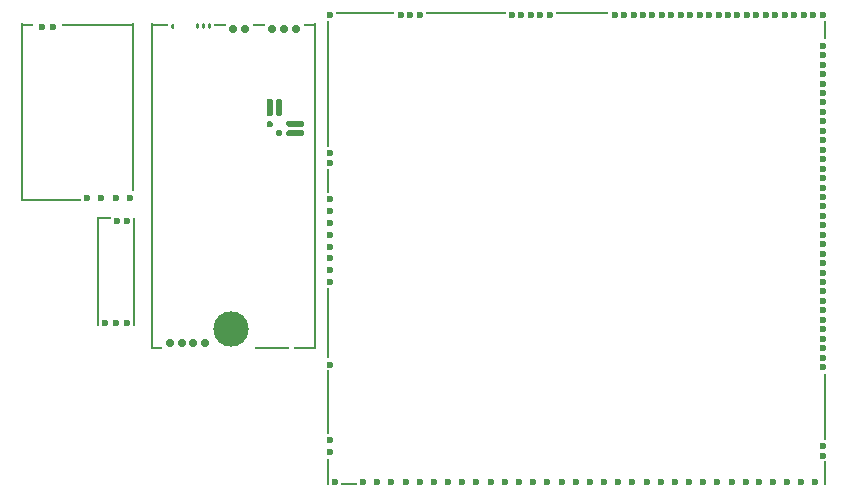
<source format=gtl>
G04 #@! TF.GenerationSoftware,KiCad,Pcbnew,8.0.9-8.0.9-0~ubuntu24.04.1*
G04 #@! TF.CreationDate,2025-05-16T04:08:21+00:00*
G04 #@! TF.ProjectId,EP91Starlet,45503931-5374-4617-926c-65742e6b6963,rev?*
G04 #@! TF.SameCoordinates,Original*
G04 #@! TF.FileFunction,Copper,L1,Top*
G04 #@! TF.FilePolarity,Positive*
%FSLAX46Y46*%
G04 Gerber Fmt 4.6, Leading zero omitted, Abs format (unit mm)*
G04 Created by KiCad (PCBNEW 8.0.9-8.0.9-0~ubuntu24.04.1) date 2025-05-16 04:08:21*
%MOMM*%
%LPD*%
G01*
G04 APERTURE LIST*
G04 #@! TA.AperFunction,ComponentPad*
%ADD10C,0.600000*%
G04 #@! TD*
G04 #@! TA.AperFunction,SMDPad,CuDef*
%ADD11R,6.185000X0.250000*%
G04 #@! TD*
G04 #@! TA.AperFunction,SMDPad,CuDef*
%ADD12R,1.115000X0.250000*%
G04 #@! TD*
G04 #@! TA.AperFunction,SMDPad,CuDef*
%ADD13R,0.250000X14.275000*%
G04 #@! TD*
G04 #@! TA.AperFunction,SMDPad,CuDef*
%ADD14R,0.250000X15.100000*%
G04 #@! TD*
G04 #@! TA.AperFunction,SMDPad,CuDef*
%ADD15R,5.175000X0.250000*%
G04 #@! TD*
G04 #@! TA.AperFunction,SMDPad,CuDef*
%ADD16O,1.225000X0.200000*%
G04 #@! TD*
G04 #@! TA.AperFunction,SMDPad,CuDef*
%ADD17O,0.200000X9.300000*%
G04 #@! TD*
G04 #@! TA.AperFunction,SMDPad,CuDef*
%ADD18R,0.200000X2.300000*%
G04 #@! TD*
G04 #@! TA.AperFunction,SMDPad,CuDef*
%ADD19R,0.200000X10.700000*%
G04 #@! TD*
G04 #@! TA.AperFunction,SMDPad,CuDef*
%ADD20R,0.200000X2.100000*%
G04 #@! TD*
G04 #@! TA.AperFunction,SMDPad,CuDef*
%ADD21R,0.200000X6.000000*%
G04 #@! TD*
G04 #@! TA.AperFunction,SMDPad,CuDef*
%ADD22R,0.200000X5.400000*%
G04 #@! TD*
G04 #@! TA.AperFunction,SMDPad,CuDef*
%ADD23R,1.400000X0.200000*%
G04 #@! TD*
G04 #@! TA.AperFunction,SMDPad,CuDef*
%ADD24R,5.000000X0.200000*%
G04 #@! TD*
G04 #@! TA.AperFunction,SMDPad,CuDef*
%ADD25R,6.800000X0.200000*%
G04 #@! TD*
G04 #@! TA.AperFunction,SMDPad,CuDef*
%ADD26R,4.500000X0.200000*%
G04 #@! TD*
G04 #@! TA.AperFunction,SMDPad,CuDef*
%ADD27R,0.200000X1.600000*%
G04 #@! TD*
G04 #@! TA.AperFunction,SMDPad,CuDef*
%ADD28R,0.200000X5.700000*%
G04 #@! TD*
G04 #@! TA.AperFunction,SMDPad,CuDef*
%ADD29R,0.200000X2.000000*%
G04 #@! TD*
G04 #@! TA.AperFunction,ComponentPad*
%ADD30C,0.700000*%
G04 #@! TD*
G04 #@! TA.AperFunction,SMDPad,CuDef*
%ADD31C,3.000000*%
G04 #@! TD*
G04 #@! TA.AperFunction,SMDPad,CuDef*
%ADD32R,3.000000X0.250000*%
G04 #@! TD*
G04 #@! TA.AperFunction,SMDPad,CuDef*
%ADD33R,1.100000X0.250000*%
G04 #@! TD*
G04 #@! TA.AperFunction,SMDPad,CuDef*
%ADD34R,0.980000X0.250000*%
G04 #@! TD*
G04 #@! TA.AperFunction,SMDPad,CuDef*
%ADD35R,1.450000X0.250000*%
G04 #@! TD*
G04 #@! TA.AperFunction,SMDPad,CuDef*
%ADD36R,0.250000X27.600000*%
G04 #@! TD*
G04 #@! TA.AperFunction,SMDPad,CuDef*
%ADD37R,1.950000X0.250000*%
G04 #@! TD*
G04 #@! TA.AperFunction,SMDPad,CuDef*
%ADD38R,0.950000X0.250000*%
G04 #@! TD*
G04 APERTURE END LIST*
D10*
G04 #@! TO.P,M3,E1,HALL_EN*
G04 #@! TO.N,unconnected-(M3-HALL_EN-PadE1)*
X30180001Y53830000D03*
G04 #@! TO.P,M3,E2,NC*
G04 #@! TO.N,unconnected-(M3-NC-PadE2)*
X28980001Y53830000D03*
G04 #@! TO.P,M3,E3,OUT*
G04 #@! TO.N,unconnected-(M3-OUT-PadE3)*
X31380001Y53830000D03*
G04 #@! TO.P,M3,E4,V5_IN*
G04 #@! TO.N,unconnected-(M3-V5_IN-PadE4)*
X32580001Y53830000D03*
D11*
G04 #@! TO.P,M3,G,GND*
G04 #@! TO.N,unconnected-(M3-GND-PadG)*
X29912501Y68480000D03*
D12*
X23862501Y68480000D03*
D13*
X32880001Y61467500D03*
D14*
X23430001Y61055000D03*
D15*
X25892501Y53630000D03*
D10*
G04 #@! TO.P,M3,W1,VR-/HALL*
G04 #@! TO.N,unconnected-(M3-VR-{slash}HALL-PadW1)*
X26120001Y68255000D03*
G04 #@! TO.P,M3,W2,VR+*
G04 #@! TO.N,unconnected-(M3-VR+-PadW2)*
X25120001Y68255000D03*
G04 #@! TD*
G04 #@! TO.P,M4,E1,V5A*
G04 #@! TO.N,unconnected-(M4-V5A-PadE1)*
X32379998Y43180000D03*
D16*
G04 #@! TO.P,M4,E2,GND*
G04 #@! TO.N,unconnected-(M4-GND-PadE2)*
X30404998Y52080000D03*
D17*
X32979998Y47530000D03*
X29879998Y47530000D03*
D10*
X31429998Y43180000D03*
G04 #@! TO.P,M4,E3,OUT_KNOCK*
G04 #@! TO.N,unconnected-(M4-OUT_KNOCK-PadE3)*
X30480000Y43180000D03*
G04 #@! TO.P,M4,W1,IN_KNOCK*
G04 #@! TO.N,unconnected-(M4-IN_KNOCK-PadW1)*
X31479998Y51880000D03*
G04 #@! TO.P,M4,W2,VREF*
G04 #@! TO.N,unconnected-(M4-VREF-PadW2)*
X32379998Y51880000D03*
G04 #@! TD*
G04 #@! TO.P,M1,E1,SPI2_SCK*
G04 #@! TO.N,unconnected-(M1-SPI2_SCK-PadE1)*
X91240000Y66679993D03*
G04 #@! TO.P,M1,E2,SPI2_MISO*
G04 #@! TO.N,unconnected-(M1-SPI2_MISO-PadE2)*
X91240000Y65879992D03*
G04 #@! TO.P,M1,E3,SPI2_MOSI*
G04 #@! TO.N,unconnected-(M1-SPI2_MOSI-PadE3)*
X91240000Y65079994D03*
G04 #@! TO.P,M1,E4,SPI2_CS*
G04 #@! TO.N,unconnected-(M1-SPI2_CS-PadE4)*
X91240000Y64279993D03*
G04 #@! TO.P,M1,E6*
G04 #@! TO.N,N/C*
X91240000Y63479992D03*
G04 #@! TO.P,M1,E7*
X91239997Y62679994D03*
G04 #@! TO.P,M1,E8*
X91239997Y61879993D03*
G04 #@! TO.P,M1,E9*
X91240000Y61079989D03*
G04 #@! TO.P,M1,E10*
X91240000Y60279993D03*
G04 #@! TO.P,M1,E11*
X91240000Y59479993D03*
G04 #@! TO.P,M1,E12*
X91240000Y58679992D03*
G04 #@! TO.P,M1,E13*
X91239997Y57879993D03*
G04 #@! TO.P,M1,E14,OUT_PWM5*
G04 #@! TO.N,unconnected-(M1-OUT_PWM5-PadE14)*
X91239997Y57079992D03*
G04 #@! TO.P,M1,E15,OUT_PWM4*
G04 #@! TO.N,unconnected-(M1-OUT_PWM4-PadE15)*
X91239997Y56279991D03*
G04 #@! TO.P,M1,E16,OUT_PWM3*
G04 #@! TO.N,unconnected-(M1-OUT_PWM3-PadE16)*
X91240000Y55479993D03*
G04 #@! TO.P,M1,E17,OUT_PWM2*
G04 #@! TO.N,unconnected-(M1-OUT_PWM2-PadE17)*
X91240000Y54679992D03*
G04 #@! TO.P,M1,E18*
G04 #@! TO.N,N/C*
X91240000Y53879994D03*
G04 #@! TO.P,M1,E19*
X91239997Y53079993D03*
G04 #@! TO.P,M1,E20*
X91239997Y52279992D03*
G04 #@! TO.P,M1,E21*
X91240000Y51479993D03*
G04 #@! TO.P,M1,E22*
X91240000Y50679992D03*
G04 #@! TO.P,M1,E23*
X91240000Y49879991D03*
G04 #@! TO.P,M1,E24*
X91240000Y49079993D03*
G04 #@! TO.P,M1,E25*
X91240000Y48279992D03*
G04 #@! TO.P,M1,E26,OUT_PWM6*
G04 #@! TO.N,unconnected-(M1-OUT_PWM6-PadE26)*
X91240000Y47479994D03*
G04 #@! TO.P,M1,E27,OUT_PWM1*
G04 #@! TO.N,unconnected-(M1-OUT_PWM1-PadE27)*
X91240000Y46679993D03*
G04 #@! TO.P,M1,E28*
G04 #@! TO.N,N/C*
X91240000Y45879992D03*
G04 #@! TO.P,M1,E29*
X91240000Y45079993D03*
G04 #@! TO.P,M1,E30*
X91240000Y44279992D03*
G04 #@! TO.P,M1,E31*
X91239997Y43479994D03*
G04 #@! TO.P,M1,E32*
X91240000Y42679991D03*
G04 #@! TO.P,M1,E33*
X91240000Y41879992D03*
G04 #@! TO.P,M1,E34*
X91240000Y41079994D03*
G04 #@! TO.P,M1,E35*
X91240000Y40279993D03*
G04 #@! TO.P,M1,E36*
X91240000Y39479992D03*
G04 #@! TO.P,M1,E38,V5A_SWITCHABLE*
G04 #@! TO.N,unconnected-(M1-V5A_SWITCHABLE-PadE38)*
X91239997Y32779998D03*
G04 #@! TO.P,M1,E39,GNDA*
G04 #@! TO.N,unconnected-(M1-GNDA-PadE39)*
X91240000Y31979997D03*
D18*
G04 #@! TO.P,M1,G,GND*
G04 #@! TO.N,unconnected-(M1-GND-PadG)*
X49339995Y30629997D03*
D19*
X49339997Y63429995D03*
D20*
X49339997Y55229996D03*
D21*
X49339997Y43179997D03*
D22*
X49339997Y36480000D03*
D23*
X51140004Y29579994D03*
D24*
X52539999Y69479995D03*
D25*
X61040002Y69479995D03*
D26*
X70890005Y69479995D03*
D27*
X91440000Y67979996D03*
D28*
X91440000Y36129993D03*
D29*
X91440000Y30480000D03*
D10*
G04 #@! TO.P,M1,N1,USBID*
G04 #@! TO.N,unconnected-(M1-USBID-PadN1)*
X91240000Y69279996D03*
G04 #@! TO.P,M1,N2,USBM*
G04 #@! TO.N,unconnected-(M1-USBM-PadN2)*
X90440002Y69279998D03*
G04 #@! TO.P,M1,N3,USBP*
G04 #@! TO.N,unconnected-(M1-USBP-PadN3)*
X89640001Y69279998D03*
G04 #@! TO.P,M1,N4,VBUS*
G04 #@! TO.N,unconnected-(M1-VBUS-PadN4)*
X88840002Y69279996D03*
G04 #@! TO.P,M1,N5,BOOT0_(PD)*
G04 #@! TO.N,unconnected-(M1-BOOT0_(PD)-PadN5)*
X88040001Y69279996D03*
G04 #@! TO.P,M1,N6,SWO*
G04 #@! TO.N,unconnected-(M1-SWO-PadN6)*
X87240000Y69279996D03*
G04 #@! TO.P,M1,N7,SWDIO*
G04 #@! TO.N,unconnected-(M1-SWDIO-PadN7)*
X86440002Y69279996D03*
G04 #@! TO.P,M1,N8,SWCLK*
G04 #@! TO.N,unconnected-(M1-SWCLK-PadN8)*
X85640001Y69279998D03*
G04 #@! TO.P,M1,N9,nReset*
G04 #@! TO.N,unconnected-(M1-nReset-PadN9)*
X84840003Y69279996D03*
G04 #@! TO.P,M1,N10,BOOT1_(PD)*
G04 #@! TO.N,unconnected-(M1-BOOT1_(PD)-PadN10)*
X84040002Y69279996D03*
G04 #@! TO.P,M1,N11,SPI1_SCK*
G04 #@! TO.N,unconnected-(M1-SPI1_SCK-PadN11)*
X83240001Y69279996D03*
G04 #@! TO.P,M1,N12,SPI1_MISO*
G04 #@! TO.N,unconnected-(M1-SPI1_MISO-PadN12)*
X82440000Y69279996D03*
G04 #@! TO.P,M1,N13,SPI1_MOSI*
G04 #@! TO.N,unconnected-(M1-SPI1_MOSI-PadN13)*
X81640001Y69279996D03*
G04 #@! TO.P,M1,N14,I2C_SCL*
G04 #@! TO.N,unconnected-(M1-I2C_SCL-PadN14)*
X80840000Y69279996D03*
G04 #@! TO.P,M1,N15,I2C_SDA*
G04 #@! TO.N,unconnected-(M1-I2C_SDA-PadN15)*
X80039999Y69279998D03*
G04 #@! TO.P,M1,N16,OUT_LED_RED_(PU)*
G04 #@! TO.N,unconnected-(M1-OUT_LED_RED_(PU)-PadN16)*
X79239999Y69279998D03*
G04 #@! TO.P,M1,N17,UART3_TX*
G04 #@! TO.N,unconnected-(M1-UART3_TX-PadN17)*
X78440000Y69279996D03*
G04 #@! TO.P,M1,N18,UART3_RX*
G04 #@! TO.N,unconnected-(M1-UART3_RX-PadN18)*
X77639999Y69279996D03*
G04 #@! TO.P,M1,N19,OUT_LED_BLUE_(PU)*
G04 #@! TO.N,unconnected-(M1-OUT_LED_BLUE_(PU)-PadN19)*
X76840001Y69279996D03*
G04 #@! TO.P,M1,N20*
G04 #@! TO.N,N/C*
X76040000Y69279996D03*
G04 #@! TO.P,M1,N21*
X75240001Y69279998D03*
G04 #@! TO.P,M1,N22,V33*
G04 #@! TO.N,unconnected-(M1-V33-PadN22)*
X74440000Y69279996D03*
G04 #@! TO.P,M1,N23*
G04 #@! TO.N,N/C*
X73640000Y69279996D03*
G04 #@! TO.P,M1,N24,UART6_RX*
G04 #@! TO.N,unconnected-(M1-UART6_RX-PadN24)*
X68140000Y69279996D03*
G04 #@! TO.P,M1,N25,UART6_TX*
G04 #@! TO.N,unconnected-(M1-UART6_TX-PadN25)*
X67339999Y69279996D03*
G04 #@! TO.P,M1,N26*
G04 #@! TO.N,N/C*
X66540001Y69279996D03*
G04 #@! TO.P,M1,N27,VBAT*
G04 #@! TO.N,unconnected-(M1-VBAT-PadN27)*
X65740003Y69279996D03*
G04 #@! TO.P,M1,N28,V33_SWITCHABLE*
G04 #@! TO.N,unconnected-(M1-V33_SWITCHABLE-PadN28)*
X64940004Y69279996D03*
G04 #@! TO.P,M1,N29,OUT_PWR_EN*
G04 #@! TO.N,unconnected-(M1-OUT_PWR_EN-PadN29)*
X57140000Y69279996D03*
G04 #@! TO.P,M1,N30,V5A_SWITCHABLE*
G04 #@! TO.N,unconnected-(M1-V5A_SWITCHABLE-PadN30)*
X56340001Y69279996D03*
G04 #@! TO.P,M1,N31,VCC*
G04 #@! TO.N,unconnected-(M1-VCC-PadN31)*
X55540003Y69279996D03*
G04 #@! TO.P,M1,N32,V33*
G04 #@! TO.N,unconnected-(M1-V33-PadN32)*
X49539999Y69279996D03*
G04 #@! TO.P,M1,S1*
G04 #@! TO.N,N/C*
X90639999Y29779991D03*
G04 #@! TO.P,M1,S2*
X89439998Y29779993D03*
G04 #@! TO.P,M1,S3*
X88240001Y29779993D03*
G04 #@! TO.P,M1,S4*
X87040001Y29779991D03*
G04 #@! TO.P,M1,S5,VREF2*
G04 #@! TO.N,unconnected-(M1-VREF2-PadS5)*
X85840001Y29779993D03*
G04 #@! TO.P,M1,S6*
G04 #@! TO.N,N/C*
X84740013Y29779993D03*
G04 #@! TO.P,M1,S7*
X83540013Y29779993D03*
G04 #@! TO.P,M1,S8*
X82340015Y29779991D03*
G04 #@! TO.P,M1,S9*
X81140015Y29779993D03*
G04 #@! TO.P,M1,S10*
X79940012Y29779993D03*
G04 #@! TO.P,M1,S11*
X78740010Y29779991D03*
G04 #@! TO.P,M1,S12*
X77540012Y29779993D03*
G04 #@! TO.P,M1,S13*
X76340014Y29779993D03*
G04 #@! TO.P,M1,S14*
X75140007Y29779993D03*
G04 #@! TO.P,M1,S15*
X73940007Y29779993D03*
G04 #@! TO.P,M1,S16*
X72740009Y29779993D03*
G04 #@! TO.P,M1,S17*
X71540009Y29779993D03*
G04 #@! TO.P,M1,S18*
X70340004Y29779993D03*
G04 #@! TO.P,M1,S19*
X69140003Y29779993D03*
G04 #@! TO.P,M1,S20*
X67940006Y29779991D03*
G04 #@! TO.P,M1,S21*
X66740006Y29779993D03*
G04 #@! TO.P,M1,S22,IN_ADC4/EINT4*
G04 #@! TO.N,unconnected-(M1-IN_ADC4{slash}EINT4-PadS22)*
X65540003Y29779991D03*
G04 #@! TO.P,M1,S23,IN_ADC5/EINT5*
G04 #@! TO.N,unconnected-(M1-IN_ADC5{slash}EINT5-PadS23)*
X64340003Y29779993D03*
G04 #@! TO.P,M1,S24,IN_ADC6/EINT6*
G04 #@! TO.N,unconnected-(M1-IN_ADC6{slash}EINT6-PadS24)*
X63140008Y29779993D03*
G04 #@! TO.P,M1,S25,IN_ADC7/EINT7*
G04 #@! TO.N,unconnected-(M1-IN_ADC7{slash}EINT7-PadS25)*
X61940005Y29779991D03*
G04 #@! TO.P,M1,S26,IN_ADC10/EINT0_(VR_CRK)*
G04 #@! TO.N,unconnected-(M1-IN_ADC10{slash}EINT0_(VR_CRK)-PadS26)*
X60740000Y29779993D03*
G04 #@! TO.P,M1,S27,IN_ADC11/EINT1*
G04 #@! TO.N,unconnected-(M1-IN_ADC11{slash}EINT1-PadS27)*
X59540000Y29779991D03*
G04 #@! TO.P,M1,S28,IN_ADC14/EINT4*
G04 #@! TO.N,unconnected-(M1-IN_ADC14{slash}EINT4-PadS28)*
X58340002Y29779993D03*
G04 #@! TO.P,M1,S29,IN_ADC15/EINT5*
G04 #@! TO.N,unconnected-(M1-IN_ADC15{slash}EINT5-PadS29)*
X57140002Y29779993D03*
G04 #@! TO.P,M1,S30,IN_ADC0/EINT0/CAN1_WKUP*
G04 #@! TO.N,unconnected-(M1-IN_ADC0{slash}EINT0{slash}CAN1_WKUP-PadS30)*
X55939997Y29779993D03*
G04 #@! TO.P,M1,S31,IN_ADC1/EINT1/SENT*
G04 #@! TO.N,unconnected-(M1-IN_ADC1{slash}EINT1{slash}SENT-PadS31)*
X54739997Y29779993D03*
G04 #@! TO.P,M1,S32,IN_ADC2/EINT2*
G04 #@! TO.N,unconnected-(M1-IN_ADC2{slash}EINT2-PadS32)*
X53539999Y29779993D03*
G04 #@! TO.P,M1,S33,IN_ADC3/EINT3*
G04 #@! TO.N,unconnected-(M1-IN_ADC3{slash}EINT3-PadS33)*
X52339999Y29779993D03*
G04 #@! TO.P,M1,S35,VREF1*
G04 #@! TO.N,unconnected-(M1-VREF1-PadS35)*
X49939999Y29779993D03*
G04 #@! TO.P,M1,W1,GNDA*
G04 #@! TO.N,unconnected-(M1-GNDA-PadW1)*
X49539997Y32279996D03*
G04 #@! TO.P,M1,W2,V5A_SWITCHABLE*
G04 #@! TO.N,unconnected-(M1-V5A_SWITCHABLE-PadW2)*
X49539997Y33279997D03*
G04 #@! TO.P,M1,W3*
G04 #@! TO.N,N/C*
X49539999Y39679999D03*
G04 #@! TO.P,M1,W4*
X49539999Y46679995D03*
G04 #@! TO.P,M1,W5*
X49539999Y47679996D03*
G04 #@! TO.P,M1,W6*
X49539999Y48679994D03*
G04 #@! TO.P,M1,W7*
X49539999Y49679994D03*
G04 #@! TO.P,M1,W8,CAN2H*
G04 #@! TO.N,unconnected-(M1-CAN2H-PadW8)*
X49539999Y50679995D03*
G04 #@! TO.P,M1,W9,CAN2L*
G04 #@! TO.N,unconnected-(M1-CAN2L-PadW9)*
X49539999Y51679993D03*
G04 #@! TO.P,M1,W10*
G04 #@! TO.N,N/C*
X49539999Y52679993D03*
G04 #@! TO.P,M1,W11*
X49539999Y53679991D03*
G04 #@! TO.P,M1,W12,CAN1H*
G04 #@! TO.N,unconnected-(M1-CAN1H-PadW12)*
X49539999Y56779995D03*
G04 #@! TO.P,M1,W13,CAN1L*
G04 #@! TO.N,unconnected-(M1-CAN1L-PadW13)*
X49539999Y57579996D03*
G04 #@! TD*
D30*
G04 #@! TO.P,M2,E1,LSU_Un*
G04 #@! TO.N,unconnected-(M2-LSU_Un-PadE1)*
X35980001Y41480000D03*
G04 #@! TO.P,M2,E2,LSU_Vm*
G04 #@! TO.N,unconnected-(M2-LSU_Vm-PadE2)*
X38980001Y41480000D03*
G04 #@! TO.P,M2,E3,LSU_Ip*
G04 #@! TO.N,unconnected-(M2-LSU_Ip-PadE3)*
X37980001Y41480000D03*
G04 #@! TO.P,M2,E4,LSU_Rtrim*
G04 #@! TO.N,unconnected-(M2-LSU_Rtrim-PadE4)*
X36980001Y41480000D03*
D31*
G04 #@! TO.P,M2,E5,LSU_H+*
G04 #@! TO.N,unconnected-(M2-LSU_H+-PadE5)*
X41130001Y42730000D03*
D32*
G04 #@! TO.P,M2,E6,LSU_H-*
G04 #@! TO.N,unconnected-(M2-LSU_H--PadE6)*
X44630001Y41105000D03*
D33*
G04 #@! TO.P,M2,G,GND*
G04 #@! TO.N,unconnected-(M2-GND-PadG)*
X47830001Y68455000D03*
D34*
X43490001Y68455000D03*
X40190001Y68455000D03*
D35*
X35105001Y68455000D03*
D36*
X48255001Y54780000D03*
X34505001Y54780000D03*
D37*
X47405001Y41105000D03*
D38*
X34855001Y41105000D03*
G04 #@! TO.P,M2,J1,SEL1*
G04 #@! TO.N,unconnected-(M2-SEL1-PadJ1)*
G04 #@! TA.AperFunction,SMDPad,CuDef*
G36*
G01*
X47230001Y59030000D02*
X45980001Y59030000D01*
G75*
G02*
X45855001Y59155000I0J125000D01*
G01*
X45855001Y59405000D01*
G75*
G02*
X45980001Y59530000I125000J0D01*
G01*
X47230001Y59530000D01*
G75*
G02*
X47355001Y59405000I0J-125000D01*
G01*
X47355001Y59155000D01*
G75*
G02*
X47230001Y59030000I-125000J0D01*
G01*
G37*
G04 #@! TD.AperFunction*
G04 #@! TO.P,M2,J2,SEL2*
G04 #@! TO.N,unconnected-(M2-SEL2-PadJ2)*
G04 #@! TA.AperFunction,SMDPad,CuDef*
G36*
G01*
X44555001Y60705000D02*
X44305001Y60705000D01*
G75*
G02*
X44180001Y60830000I0J125000D01*
G01*
X44180001Y62080000D01*
G75*
G02*
X44305001Y62205000I125000J0D01*
G01*
X44555001Y62205000D01*
G75*
G02*
X44680001Y62080000I0J-125000D01*
G01*
X44680001Y60830000D01*
G75*
G02*
X44555001Y60705000I-125000J0D01*
G01*
G37*
G04 #@! TD.AperFunction*
G04 #@! TO.P,M2,J_GND1,PULL_DOWN1*
G04 #@! TO.N,unconnected-(M2-PULL_DOWN1-PadJ_GND1)*
G04 #@! TA.AperFunction,SMDPad,CuDef*
G36*
G01*
X47230001Y59830000D02*
X45980001Y59830000D01*
G75*
G02*
X45855001Y59955000I0J125000D01*
G01*
X45855001Y60205000D01*
G75*
G02*
X45980001Y60330000I125000J0D01*
G01*
X47230001Y60330000D01*
G75*
G02*
X47355001Y60205000I0J-125000D01*
G01*
X47355001Y59955000D01*
G75*
G02*
X47230001Y59830000I-125000J0D01*
G01*
G37*
G04 #@! TD.AperFunction*
G04 #@! TO.P,M2,J_GND2,PULL_DOWN2*
G04 #@! TO.N,unconnected-(M2-PULL_DOWN2-PadJ_GND2)*
G04 #@! TA.AperFunction,SMDPad,CuDef*
G36*
G01*
X44680001Y60155000D02*
X44680001Y59905000D01*
G75*
G02*
X44555001Y59780000I-125000J0D01*
G01*
X44305001Y59780000D01*
G75*
G02*
X44180001Y59905000I0J125000D01*
G01*
X44180001Y60155000D01*
G75*
G02*
X44305001Y60280000I125000J0D01*
G01*
X44555001Y60280000D01*
G75*
G02*
X44680001Y60155000I0J-125000D01*
G01*
G37*
G04 #@! TD.AperFunction*
G04 #@! TO.P,M2,J_VCC1,PULL_UP1*
G04 #@! TO.N,unconnected-(M2-PULL_UP1-PadJ_VCC1)*
G04 #@! TA.AperFunction,SMDPad,CuDef*
G36*
G01*
X45355001Y59030000D02*
X45105001Y59030000D01*
G75*
G02*
X44980001Y59155000I0J125000D01*
G01*
X44980001Y59405000D01*
G75*
G02*
X45105001Y59530000I125000J0D01*
G01*
X45355001Y59530000D01*
G75*
G02*
X45480001Y59405000I0J-125000D01*
G01*
X45480001Y59155000D01*
G75*
G02*
X45355001Y59030000I-125000J0D01*
G01*
G37*
G04 #@! TD.AperFunction*
G04 #@! TO.P,M2,J_VCC2,PULL_UP2*
G04 #@! TO.N,unconnected-(M2-PULL_UP2-PadJ_VCC2)*
G04 #@! TA.AperFunction,SMDPad,CuDef*
G36*
G01*
X45355001Y60705000D02*
X45105001Y60705000D01*
G75*
G02*
X44980001Y60830000I0J125000D01*
G01*
X44980001Y62080000D01*
G75*
G02*
X45105001Y62205000I125000J0D01*
G01*
X45355001Y62205000D01*
G75*
G02*
X45480001Y62080000I0J-125000D01*
G01*
X45480001Y60830000D01*
G75*
G02*
X45355001Y60705000I-125000J0D01*
G01*
G37*
G04 #@! TD.AperFunction*
D30*
G04 #@! TO.P,M2,W1,V5_IN*
G04 #@! TO.N,unconnected-(M2-V5_IN-PadW1)*
X45630001Y68071200D03*
G04 #@! TO.P,M2,W2,CAN_VIO*
G04 #@! TO.N,unconnected-(M2-CAN_VIO-PadW2)*
X44630001Y68071200D03*
G04 #@! TO.P,M2,W3,CANL*
G04 #@! TO.N,unconnected-(M2-CANL-PadW3)*
X41334001Y68071200D03*
G04 #@! TO.P,M2,W4,CANH*
G04 #@! TO.N,unconnected-(M2-CANH-PadW4)*
X42350001Y68071200D03*
G04 #@! TO.P,M2,W5,nReset*
G04 #@! TO.N,unconnected-(M2-nReset-PadW5)*
G04 #@! TA.AperFunction,SMDPad,CuDef*
G36*
G01*
X39330001Y68580000D02*
X39330001Y68580000D01*
G75*
G02*
X39455001Y68455000I0J-125000D01*
G01*
X39455001Y68205000D01*
G75*
G02*
X39330001Y68080000I-125000J0D01*
G01*
X39330001Y68080000D01*
G75*
G02*
X39205001Y68205000I0J125000D01*
G01*
X39205001Y68455000D01*
G75*
G02*
X39330001Y68580000I125000J0D01*
G01*
G37*
G04 #@! TD.AperFunction*
G04 #@! TO.P,M2,W6,SWDIO*
G04 #@! TO.N,unconnected-(M2-SWDIO-PadW6)*
G04 #@! TA.AperFunction,SMDPad,CuDef*
G36*
G01*
X38830001Y68580000D02*
X38830001Y68580000D01*
G75*
G02*
X38955001Y68455000I0J-125000D01*
G01*
X38955001Y68205000D01*
G75*
G02*
X38830001Y68080000I-125000J0D01*
G01*
X38830001Y68080000D01*
G75*
G02*
X38705001Y68205000I0J125000D01*
G01*
X38705001Y68455000D01*
G75*
G02*
X38830001Y68580000I125000J0D01*
G01*
G37*
G04 #@! TD.AperFunction*
G04 #@! TO.P,M2,W7,SWCLK*
G04 #@! TO.N,unconnected-(M2-SWCLK-PadW7)*
G04 #@! TA.AperFunction,SMDPad,CuDef*
G36*
G01*
X38330001Y68580000D02*
X38330001Y68580000D01*
G75*
G02*
X38455001Y68455000I0J-125000D01*
G01*
X38455001Y68205000D01*
G75*
G02*
X38330001Y68080000I-125000J0D01*
G01*
X38330001Y68080000D01*
G75*
G02*
X38205001Y68205000I0J125000D01*
G01*
X38205001Y68455000D01*
G75*
G02*
X38330001Y68580000I125000J0D01*
G01*
G37*
G04 #@! TD.AperFunction*
G04 #@! TO.P,M2,W8,V33_OUT*
G04 #@! TO.N,unconnected-(M2-V33_OUT-PadW8)*
G04 #@! TA.AperFunction,SMDPad,CuDef*
G36*
G01*
X36230001Y68580000D02*
X36230001Y68580000D01*
G75*
G02*
X36355001Y68455000I0J-125000D01*
G01*
X36355001Y68205000D01*
G75*
G02*
X36230001Y68080000I-125000J0D01*
G01*
X36230001Y68080000D01*
G75*
G02*
X36105001Y68205000I0J125000D01*
G01*
X36105001Y68455000D01*
G75*
G02*
X36230001Y68580000I125000J0D01*
G01*
G37*
G04 #@! TD.AperFunction*
G04 #@! TO.P,M2,W9,VDDA*
G04 #@! TO.N,unconnected-(M2-VDDA-PadW9)*
X46630001Y68071200D03*
G04 #@! TD*
M02*

</source>
